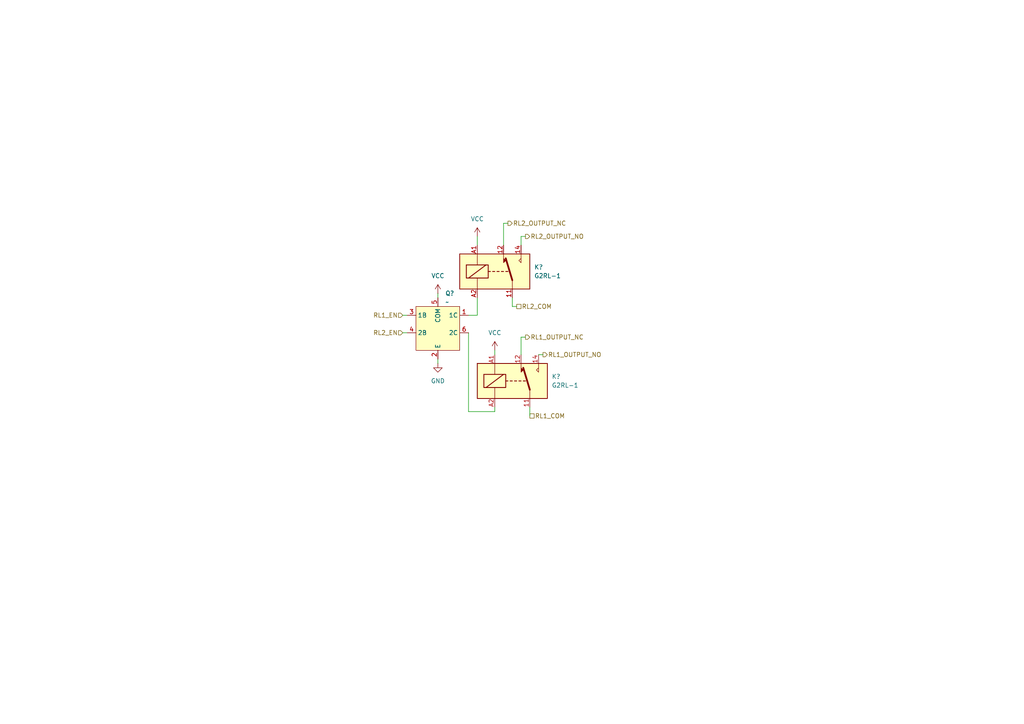
<source format=kicad_sch>
(kicad_sch
	(version 20250114)
	(generator "eeschema")
	(generator_version "9.0")
	(uuid "cffce59c-00fe-42d8-961e-130c24f41ffa")
	(paper "A4")
	(lib_symbols
		(symbol "Relay:G2RL-1"
			(exclude_from_sim no)
			(in_bom yes)
			(on_board yes)
			(property "Reference" "K"
				(at 11.43 3.81 0)
				(effects
					(font
						(size 1.27 1.27)
					)
					(justify left)
				)
			)
			(property "Value" "G2RL-1"
				(at 11.43 1.27 0)
				(effects
					(font
						(size 1.27 1.27)
					)
					(justify left)
				)
			)
			(property "Footprint" "Relay_THT:Relay_SPDT_Omron_G2RL-1"
				(at 11.43 -1.27 0)
				(effects
					(font
						(size 1.27 1.27)
					)
					(justify left)
					(hide yes)
				)
			)
			(property "Datasheet" "https://omronfs.omron.com/en_US/ecb/products/pdf/en-g2rl.pdf"
				(at 0 0 0)
				(effects
					(font
						(size 1.27 1.27)
					)
					(hide yes)
				)
			)
			(property "Description" "General Purpose Low Profile Relay SPDT Through Hole, Omron G2RL series, 12A 250VAC"
				(at 0 0 0)
				(effects
					(font
						(size 1.27 1.27)
					)
					(hide yes)
				)
			)
			(property "ki_keywords" "Single Pole Relay SPDT Omron"
				(at 0 0 0)
				(effects
					(font
						(size 1.27 1.27)
					)
					(hide yes)
				)
			)
			(property "ki_fp_filters" "Relay?SPDT?Omron?G2RL*"
				(at 0 0 0)
				(effects
					(font
						(size 1.27 1.27)
					)
					(hide yes)
				)
			)
			(symbol "G2RL-1_0_0"
				(polyline
					(pts
						(xy 7.62 5.08) (xy 7.62 2.54) (xy 6.985 3.175) (xy 7.62 3.81)
					)
					(stroke
						(width 0)
						(type default)
					)
					(fill
						(type none)
					)
				)
			)
			(symbol "G2RL-1_0_1"
				(rectangle
					(start -10.16 5.08)
					(end 10.16 -5.08)
					(stroke
						(width 0.254)
						(type default)
					)
					(fill
						(type background)
					)
				)
				(rectangle
					(start -8.255 1.905)
					(end -1.905 -1.905)
					(stroke
						(width 0.254)
						(type default)
					)
					(fill
						(type none)
					)
				)
				(polyline
					(pts
						(xy -7.62 -1.905) (xy -2.54 1.905)
					)
					(stroke
						(width 0.254)
						(type default)
					)
					(fill
						(type none)
					)
				)
				(polyline
					(pts
						(xy -5.08 5.08) (xy -5.08 1.905)
					)
					(stroke
						(width 0)
						(type default)
					)
					(fill
						(type none)
					)
				)
				(polyline
					(pts
						(xy -5.08 -5.08) (xy -5.08 -1.905)
					)
					(stroke
						(width 0)
						(type default)
					)
					(fill
						(type none)
					)
				)
				(polyline
					(pts
						(xy -1.905 0) (xy -1.27 0)
					)
					(stroke
						(width 0.254)
						(type default)
					)
					(fill
						(type none)
					)
				)
				(polyline
					(pts
						(xy -0.635 0) (xy 0 0)
					)
					(stroke
						(width 0.254)
						(type default)
					)
					(fill
						(type none)
					)
				)
				(polyline
					(pts
						(xy 0.635 0) (xy 1.27 0)
					)
					(stroke
						(width 0.254)
						(type default)
					)
					(fill
						(type none)
					)
				)
				(polyline
					(pts
						(xy 1.905 0) (xy 2.54 0)
					)
					(stroke
						(width 0.254)
						(type default)
					)
					(fill
						(type none)
					)
				)
				(polyline
					(pts
						(xy 2.54 5.08) (xy 2.54 2.54) (xy 3.175 3.175) (xy 2.54 3.81)
					)
					(stroke
						(width 0)
						(type default)
					)
					(fill
						(type outline)
					)
				)
				(polyline
					(pts
						(xy 3.175 0) (xy 3.81 0)
					)
					(stroke
						(width 0.254)
						(type default)
					)
					(fill
						(type none)
					)
				)
				(polyline
					(pts
						(xy 5.08 -2.54) (xy 3.175 3.81)
					)
					(stroke
						(width 0.508)
						(type default)
					)
					(fill
						(type none)
					)
				)
				(polyline
					(pts
						(xy 5.08 -2.54) (xy 5.08 -5.08)
					)
					(stroke
						(width 0)
						(type default)
					)
					(fill
						(type none)
					)
				)
			)
			(symbol "G2RL-1_1_1"
				(pin passive line
					(at -5.08 7.62 270)
					(length 2.54)
					(name "~"
						(effects
							(font
								(size 1.27 1.27)
							)
						)
					)
					(number "A1"
						(effects
							(font
								(size 1.27 1.27)
							)
						)
					)
				)
				(pin passive line
					(at -5.08 -7.62 90)
					(length 2.54)
					(name "~"
						(effects
							(font
								(size 1.27 1.27)
							)
						)
					)
					(number "A2"
						(effects
							(font
								(size 1.27 1.27)
							)
						)
					)
				)
				(pin passive line
					(at 2.54 7.62 270)
					(length 2.54)
					(name "~"
						(effects
							(font
								(size 1.27 1.27)
							)
						)
					)
					(number "12"
						(effects
							(font
								(size 1.27 1.27)
							)
						)
					)
				)
				(pin passive line
					(at 5.08 -7.62 90)
					(length 2.54)
					(name "~"
						(effects
							(font
								(size 1.27 1.27)
							)
						)
					)
					(number "11"
						(effects
							(font
								(size 1.27 1.27)
							)
						)
					)
				)
				(pin passive line
					(at 7.62 7.62 270)
					(length 2.54)
					(name "~"
						(effects
							(font
								(size 1.27 1.27)
							)
						)
					)
					(number "14"
						(effects
							(font
								(size 1.27 1.27)
							)
						)
					)
				)
			)
			(embedded_fonts no)
		)
		(symbol "Riqi_Parts:LANKE LK1802"
			(exclude_from_sim no)
			(in_bom yes)
			(on_board yes)
			(property "Reference" "Q"
				(at -2.286 -16.764 0)
				(effects
					(font
						(size 1.27 1.27)
					)
				)
			)
			(property "Value" ""
				(at 0 0 0)
				(effects
					(font
						(size 1.27 1.27)
					)
				)
			)
			(property "Footprint" ""
				(at 0 0 0)
				(effects
					(font
						(size 1.27 1.27)
					)
					(hide yes)
				)
			)
			(property "Datasheet" ""
				(at 0 0 0)
				(effects
					(font
						(size 1.27 1.27)
					)
					(hide yes)
				)
			)
			(property "Description" ""
				(at 0 0 0)
				(effects
					(font
						(size 1.27 1.27)
					)
					(hide yes)
				)
			)
			(property "ki_locked" ""
				(at 0 0 0)
				(effects
					(font
						(size 1.27 1.27)
					)
				)
			)
			(symbol "LANKE LK1802_1_1"
				(rectangle
					(start -2.54 -2.54)
					(end 10.16 -15.24)
					(stroke
						(width 0)
						(type solid)
					)
					(fill
						(type background)
					)
				)
				(pin input line
					(at -5.08 -5.08 0)
					(length 2.54)
					(name "1B"
						(effects
							(font
								(size 1.27 1.27)
							)
						)
					)
					(number "3"
						(effects
							(font
								(size 1.27 1.27)
							)
						)
					)
				)
				(pin input line
					(at -5.08 -10.16 0)
					(length 2.54)
					(name "2B"
						(effects
							(font
								(size 1.27 1.27)
							)
						)
					)
					(number "4"
						(effects
							(font
								(size 1.27 1.27)
							)
						)
					)
				)
				(pin passive line
					(at 3.81 0 270)
					(length 2.54)
					(name "COM"
						(effects
							(font
								(size 1.27 1.27)
							)
						)
					)
					(number "5"
						(effects
							(font
								(size 1.27 1.27)
							)
						)
					)
				)
				(pin passive line
					(at 3.81 -17.78 90)
					(length 2.54)
					(name "E"
						(effects
							(font
								(size 1.27 1.27)
							)
						)
					)
					(number "2"
						(effects
							(font
								(size 1.27 1.27)
							)
						)
					)
				)
				(pin open_collector line
					(at 12.7 -5.08 180)
					(length 2.54)
					(name "1C"
						(effects
							(font
								(size 1.27 1.27)
							)
						)
					)
					(number "1"
						(effects
							(font
								(size 1.27 1.27)
							)
						)
					)
				)
				(pin open_collector line
					(at 12.7 -10.16 180)
					(length 2.54)
					(name "2C"
						(effects
							(font
								(size 1.27 1.27)
							)
						)
					)
					(number "6"
						(effects
							(font
								(size 1.27 1.27)
							)
						)
					)
				)
			)
			(embedded_fonts no)
		)
		(symbol "power:GND"
			(power)
			(pin_numbers
				(hide yes)
			)
			(pin_names
				(offset 0)
				(hide yes)
			)
			(exclude_from_sim no)
			(in_bom yes)
			(on_board yes)
			(property "Reference" "#PWR"
				(at 0 -6.35 0)
				(effects
					(font
						(size 1.27 1.27)
					)
					(hide yes)
				)
			)
			(property "Value" "GND"
				(at 0 -3.81 0)
				(effects
					(font
						(size 1.27 1.27)
					)
				)
			)
			(property "Footprint" ""
				(at 0 0 0)
				(effects
					(font
						(size 1.27 1.27)
					)
					(hide yes)
				)
			)
			(property "Datasheet" ""
				(at 0 0 0)
				(effects
					(font
						(size 1.27 1.27)
					)
					(hide yes)
				)
			)
			(property "Description" "Power symbol creates a global label with name \"GND\" , ground"
				(at 0 0 0)
				(effects
					(font
						(size 1.27 1.27)
					)
					(hide yes)
				)
			)
			(property "ki_keywords" "global power"
				(at 0 0 0)
				(effects
					(font
						(size 1.27 1.27)
					)
					(hide yes)
				)
			)
			(symbol "GND_0_1"
				(polyline
					(pts
						(xy 0 0) (xy 0 -1.27) (xy 1.27 -1.27) (xy 0 -2.54) (xy -1.27 -1.27) (xy 0 -1.27)
					)
					(stroke
						(width 0)
						(type default)
					)
					(fill
						(type none)
					)
				)
			)
			(symbol "GND_1_1"
				(pin power_in line
					(at 0 0 270)
					(length 0)
					(name "~"
						(effects
							(font
								(size 1.27 1.27)
							)
						)
					)
					(number "1"
						(effects
							(font
								(size 1.27 1.27)
							)
						)
					)
				)
			)
			(embedded_fonts no)
		)
		(symbol "power:VCC"
			(power)
			(pin_numbers
				(hide yes)
			)
			(pin_names
				(offset 0)
				(hide yes)
			)
			(exclude_from_sim no)
			(in_bom yes)
			(on_board yes)
			(property "Reference" "#PWR"
				(at 0 -3.81 0)
				(effects
					(font
						(size 1.27 1.27)
					)
					(hide yes)
				)
			)
			(property "Value" "VCC"
				(at 0 3.556 0)
				(effects
					(font
						(size 1.27 1.27)
					)
				)
			)
			(property "Footprint" ""
				(at 0 0 0)
				(effects
					(font
						(size 1.27 1.27)
					)
					(hide yes)
				)
			)
			(property "Datasheet" ""
				(at 0 0 0)
				(effects
					(font
						(size 1.27 1.27)
					)
					(hide yes)
				)
			)
			(property "Description" "Power symbol creates a global label with name \"VCC\""
				(at 0 0 0)
				(effects
					(font
						(size 1.27 1.27)
					)
					(hide yes)
				)
			)
			(property "ki_keywords" "global power"
				(at 0 0 0)
				(effects
					(font
						(size 1.27 1.27)
					)
					(hide yes)
				)
			)
			(symbol "VCC_0_1"
				(polyline
					(pts
						(xy -0.762 1.27) (xy 0 2.54)
					)
					(stroke
						(width 0)
						(type default)
					)
					(fill
						(type none)
					)
				)
				(polyline
					(pts
						(xy 0 2.54) (xy 0.762 1.27)
					)
					(stroke
						(width 0)
						(type default)
					)
					(fill
						(type none)
					)
				)
				(polyline
					(pts
						(xy 0 0) (xy 0 2.54)
					)
					(stroke
						(width 0)
						(type default)
					)
					(fill
						(type none)
					)
				)
			)
			(symbol "VCC_1_1"
				(pin power_in line
					(at 0 0 90)
					(length 0)
					(name "~"
						(effects
							(font
								(size 1.27 1.27)
							)
						)
					)
					(number "1"
						(effects
							(font
								(size 1.27 1.27)
							)
						)
					)
				)
			)
			(embedded_fonts no)
		)
	)
	(wire
		(pts
			(xy 127 104.14) (xy 127 105.41)
		)
		(stroke
			(width 0)
			(type default)
		)
		(uuid "2ed33535-b7c3-4f3b-963c-65fcf2166eb8")
	)
	(wire
		(pts
			(xy 138.43 68.58) (xy 138.43 71.12)
		)
		(stroke
			(width 0)
			(type default)
		)
		(uuid "3ab762bf-eadb-42cb-99c3-8d4e9d063074")
	)
	(wire
		(pts
			(xy 138.43 86.36) (xy 138.43 91.44)
		)
		(stroke
			(width 0)
			(type default)
		)
		(uuid "49f05833-c2d5-4419-a8a0-d90470addf9f")
	)
	(wire
		(pts
			(xy 146.05 64.77) (xy 146.05 71.12)
		)
		(stroke
			(width 0)
			(type default)
		)
		(uuid "5ccdb662-a05a-4bc1-8988-c898078b42a5")
	)
	(wire
		(pts
			(xy 147.32 64.77) (xy 146.05 64.77)
		)
		(stroke
			(width 0)
			(type default)
		)
		(uuid "5d122ad0-6142-42fd-8726-1b79787d337e")
	)
	(wire
		(pts
			(xy 135.89 119.38) (xy 143.51 119.38)
		)
		(stroke
			(width 0)
			(type default)
		)
		(uuid "5d716c9c-0c71-4f6f-943c-1f15aad6eaf0")
	)
	(wire
		(pts
			(xy 135.89 119.38) (xy 135.89 96.52)
		)
		(stroke
			(width 0)
			(type default)
		)
		(uuid "6780fe45-ddab-488f-b7ba-eb0e37470c1d")
	)
	(wire
		(pts
			(xy 156.21 102.87) (xy 157.48 102.87)
		)
		(stroke
			(width 0)
			(type default)
		)
		(uuid "76c9cf05-ba94-4241-a6da-d683f589dd3f")
	)
	(wire
		(pts
			(xy 151.13 68.58) (xy 151.13 71.12)
		)
		(stroke
			(width 0)
			(type default)
		)
		(uuid "8c26bcf7-9b18-480a-b5ac-6407190a3498")
	)
	(wire
		(pts
			(xy 151.13 97.79) (xy 151.13 102.87)
		)
		(stroke
			(width 0)
			(type default)
		)
		(uuid "91ea4add-298c-4de7-9ef3-84cd5950595a")
	)
	(wire
		(pts
			(xy 148.59 86.36) (xy 148.59 88.9)
		)
		(stroke
			(width 0)
			(type default)
		)
		(uuid "95cf5e65-a308-49e5-af0c-199b5c8da5fd")
	)
	(wire
		(pts
			(xy 116.84 91.44) (xy 118.11 91.44)
		)
		(stroke
			(width 0)
			(type default)
		)
		(uuid "abf5be68-7a0e-4698-a19f-9026a3287058")
	)
	(wire
		(pts
			(xy 143.51 118.11) (xy 143.51 119.38)
		)
		(stroke
			(width 0)
			(type default)
		)
		(uuid "b2cff636-ccbb-4d0e-8bf8-bcd61be111fe")
	)
	(wire
		(pts
			(xy 152.4 97.79) (xy 151.13 97.79)
		)
		(stroke
			(width 0)
			(type default)
		)
		(uuid "c9ee7a24-845a-40a8-9e4a-131c79dc7a34")
	)
	(wire
		(pts
			(xy 152.4 68.58) (xy 151.13 68.58)
		)
		(stroke
			(width 0)
			(type default)
		)
		(uuid "d8ada883-5eee-4a8a-87c6-33a18811cbe9")
	)
	(wire
		(pts
			(xy 116.84 96.52) (xy 118.11 96.52)
		)
		(stroke
			(width 0)
			(type default)
		)
		(uuid "d95150ad-edeb-487b-8f67-a77bcccd9fdf")
	)
	(wire
		(pts
			(xy 148.59 88.9) (xy 149.86 88.9)
		)
		(stroke
			(width 0)
			(type default)
		)
		(uuid "dab7979b-444e-4727-a8f7-399736f98ddc")
	)
	(wire
		(pts
			(xy 135.89 91.44) (xy 138.43 91.44)
		)
		(stroke
			(width 0)
			(type default)
		)
		(uuid "e874d732-634c-41ad-8b90-5a30f6ced64c")
	)
	(wire
		(pts
			(xy 143.51 101.6) (xy 143.51 102.87)
		)
		(stroke
			(width 0)
			(type default)
		)
		(uuid "ed2478fe-790f-456b-84ae-0959a180fb4d")
	)
	(wire
		(pts
			(xy 127 85.09) (xy 127 86.36)
		)
		(stroke
			(width 0)
			(type default)
		)
		(uuid "fd6174fb-6223-4c2b-911b-aad01b6894ee")
	)
	(wire
		(pts
			(xy 153.67 120.65) (xy 153.67 118.11)
		)
		(stroke
			(width 0)
			(type default)
		)
		(uuid "ff86b017-b40e-4aaa-8ea1-9e3eb2440ee2")
	)
	(hierarchical_label "RL2_OUTPUT_NC"
		(shape output)
		(at 147.32 64.77 0)
		(effects
			(font
				(size 1.27 1.27)
			)
			(justify left)
		)
		(uuid "136d0900-9b90-4551-8207-94253f00894f")
	)
	(hierarchical_label "RL1_COM"
		(shape passive)
		(at 153.67 120.65 0)
		(effects
			(font
				(size 1.27 1.27)
			)
			(justify left)
		)
		(uuid "2638d623-5eec-49a7-96ce-abc063f0b2d7")
	)
	(hierarchical_label "RL2_EN"
		(shape input)
		(at 116.84 96.52 180)
		(effects
			(font
				(size 1.27 1.27)
			)
			(justify right)
		)
		(uuid "3e898b01-38f7-473b-ad57-85697ebc3821")
	)
	(hierarchical_label "RL1_OUTPUT_NO"
		(shape output)
		(at 157.48 102.87 0)
		(effects
			(font
				(size 1.27 1.27)
			)
			(justify left)
		)
		(uuid "59b3596f-6833-4967-9719-de3fb6b6d32b")
	)
	(hierarchical_label "RL2_COM"
		(shape passive)
		(at 149.86 88.9 0)
		(effects
			(font
				(size 1.27 1.27)
			)
			(justify left)
		)
		(uuid "bca84ce4-18dc-44a6-8825-736c79c71c42")
	)
	(hierarchical_label "RL1_OUTPUT_NC"
		(shape output)
		(at 152.4 97.79 0)
		(effects
			(font
				(size 1.27 1.27)
			)
			(justify left)
		)
		(uuid "c0cdb961-51b2-4c39-8ab1-807eecbcef55")
	)
	(hierarchical_label "RL1_EN"
		(shape input)
		(at 116.84 91.44 180)
		(effects
			(font
				(size 1.27 1.27)
			)
			(justify right)
		)
		(uuid "e598eb98-68c7-425a-9a03-cdc3890e510b")
	)
	(hierarchical_label "RL2_OUTPUT_NO"
		(shape output)
		(at 152.4 68.58 0)
		(effects
			(font
				(size 1.27 1.27)
			)
			(justify left)
		)
		(uuid "e69a26a3-31d0-445f-abcf-c10ca3ccec38")
	)
	(symbol
		(lib_id "power:VCC")
		(at 143.51 101.6 0)
		(unit 1)
		(exclude_from_sim no)
		(in_bom yes)
		(on_board yes)
		(dnp no)
		(fields_autoplaced yes)
		(uuid "26174cbc-efa2-48e2-b6f2-045d9ecd6cb3")
		(property "Reference" "#PWR?"
			(at 143.51 105.41 0)
			(effects
				(font
					(size 1.27 1.27)
				)
				(hide yes)
			)
		)
		(property "Value" "VCC"
			(at 143.51 96.52 0)
			(effects
				(font
					(size 1.27 1.27)
				)
			)
		)
		(property "Footprint" ""
			(at 143.51 101.6 0)
			(effects
				(font
					(size 1.27 1.27)
				)
				(hide yes)
			)
		)
		(property "Datasheet" ""
			(at 143.51 101.6 0)
			(effects
				(font
					(size 1.27 1.27)
				)
				(hide yes)
			)
		)
		(property "Description" "Power symbol creates a global label with name \"VCC\""
			(at 143.51 101.6 0)
			(effects
				(font
					(size 1.27 1.27)
				)
				(hide yes)
			)
		)
		(pin "1"
			(uuid "21586879-cc36-48f9-8551-9e7ba463ff20")
		)
		(instances
			(project "NIVARA"
				(path "/8290cc18-06d0-4e02-a781-29a61ebc321a/9e4d7a0c-a5eb-4e88-9036-0c35e68b279a/86b88fb6-54fe-4cca-9b3c-121214f029ac"
					(reference "#PWR030")
					(unit 1)
				)
			)
			(project "NIVARA_ZorionX_BOARD"
				(path "/8e19332e-3534-4a04-99a8-04957ac8928f/86b88fb6-54fe-4cca-9b3c-121214f029ac"
					(reference "#PWR?")
					(unit 1)
				)
			)
			(project "Modulo_Relay"
				(path "/cffce59c-00fe-42d8-961e-130c24f41ffa"
					(reference "#PWR?")
					(unit 1)
				)
			)
		)
	)
	(symbol
		(lib_id "Relay:G2RL-1")
		(at 143.51 78.74 0)
		(unit 1)
		(exclude_from_sim no)
		(in_bom yes)
		(on_board yes)
		(dnp no)
		(fields_autoplaced yes)
		(uuid "271b35fc-458b-4d23-8fc7-dd31f7ee970e")
		(property "Reference" "K?"
			(at 154.94 77.4699 0)
			(effects
				(font
					(size 1.27 1.27)
				)
				(justify left)
			)
		)
		(property "Value" "G2RL-1"
			(at 154.94 80.0099 0)
			(effects
				(font
					(size 1.27 1.27)
				)
				(justify left)
			)
		)
		(property "Footprint" "Relay_THT:Relay_SPDT_Omron_G2RL-1"
			(at 154.94 80.01 0)
			(effects
				(font
					(size 1.27 1.27)
				)
				(justify left)
				(hide yes)
			)
		)
		(property "Datasheet" "https://omronfs.omron.com/en_US/ecb/products/pdf/en-g2rl.pdf"
			(at 143.51 78.74 0)
			(effects
				(font
					(size 1.27 1.27)
				)
				(hide yes)
			)
		)
		(property "Description" "General Purpose Low Profile Relay SPDT Through Hole, Omron G2RL series, 12A 250VAC"
			(at 143.51 78.74 0)
			(effects
				(font
					(size 1.27 1.27)
				)
				(hide yes)
			)
		)
		(pin "14"
			(uuid "8d7c773d-a7e6-411a-a59a-0d76b5386e96")
		)
		(pin "12"
			(uuid "b718b134-6a0c-4b2d-a8cf-51b4f81e1730")
		)
		(pin "A2"
			(uuid "f0ccefb8-1ff0-448e-9cd9-e174cfa0f812")
		)
		(pin "11"
			(uuid "d165c126-c58f-4d81-ba0b-0bf8a59a2b8c")
		)
		(pin "A1"
			(uuid "13e978b4-8cf4-4a19-a2a2-331c2f2d98d4")
		)
		(instances
			(project ""
				(path "/8290cc18-06d0-4e02-a781-29a61ebc321a/9e4d7a0c-a5eb-4e88-9036-0c35e68b279a/86b88fb6-54fe-4cca-9b3c-121214f029ac"
					(reference "K1")
					(unit 1)
				)
			)
			(project "NIVARA_ZorionX_BOARD"
				(path "/8e19332e-3534-4a04-99a8-04957ac8928f/86b88fb6-54fe-4cca-9b3c-121214f029ac"
					(reference "K?")
					(unit 1)
				)
			)
			(project "Modulo_Relay"
				(path "/cffce59c-00fe-42d8-961e-130c24f41ffa"
					(reference "K?")
					(unit 1)
				)
			)
		)
	)
	(symbol
		(lib_id "power:VCC")
		(at 127 85.09 0)
		(unit 1)
		(exclude_from_sim no)
		(in_bom yes)
		(on_board yes)
		(dnp no)
		(fields_autoplaced yes)
		(uuid "600d0f42-6b54-4e74-bbaf-e6b465024f45")
		(property "Reference" "#PWR?"
			(at 127 88.9 0)
			(effects
				(font
					(size 1.27 1.27)
				)
				(hide yes)
			)
		)
		(property "Value" "VCC"
			(at 127 80.01 0)
			(effects
				(font
					(size 1.27 1.27)
				)
			)
		)
		(property "Footprint" ""
			(at 127 85.09 0)
			(effects
				(font
					(size 1.27 1.27)
				)
				(hide yes)
			)
		)
		(property "Datasheet" ""
			(at 127 85.09 0)
			(effects
				(font
					(size 1.27 1.27)
				)
				(hide yes)
			)
		)
		(property "Description" "Power symbol creates a global label with name \"VCC\""
			(at 127 85.09 0)
			(effects
				(font
					(size 1.27 1.27)
				)
				(hide yes)
			)
		)
		(pin "1"
			(uuid "5939ec59-9fa0-4c97-8d31-e9dfcec010af")
		)
		(instances
			(project "NIVARA"
				(path "/8290cc18-06d0-4e02-a781-29a61ebc321a/9e4d7a0c-a5eb-4e88-9036-0c35e68b279a/86b88fb6-54fe-4cca-9b3c-121214f029ac"
					(reference "#PWR027")
					(unit 1)
				)
			)
			(project "NIVARA_ZorionX_BOARD"
				(path "/8e19332e-3534-4a04-99a8-04957ac8928f/86b88fb6-54fe-4cca-9b3c-121214f029ac"
					(reference "#PWR?")
					(unit 1)
				)
			)
			(project "Modulo_Relay"
				(path "/cffce59c-00fe-42d8-961e-130c24f41ffa"
					(reference "#PWR?")
					(unit 1)
				)
			)
		)
	)
	(symbol
		(lib_id "Riqi_Parts:LANKE LK1802")
		(at 123.19 86.36 0)
		(unit 1)
		(exclude_from_sim no)
		(in_bom yes)
		(on_board no)
		(dnp no)
		(fields_autoplaced yes)
		(uuid "91a3940d-12c0-487a-a3be-50778c8c669f")
		(property "Reference" "Q?"
			(at 129.1433 85.09 0)
			(effects
				(font
					(size 1.27 1.27)
				)
				(justify left)
			)
		)
		(property "Value" "~"
			(at 129.1433 87.63 0)
			(effects
				(font
					(size 1.27 1.27)
				)
				(justify left)
			)
		)
		(property "Footprint" ""
			(at 123.19 86.36 0)
			(effects
				(font
					(size 1.27 1.27)
				)
				(hide yes)
			)
		)
		(property "Datasheet" ""
			(at 123.19 86.36 0)
			(effects
				(font
					(size 1.27 1.27)
				)
				(hide yes)
			)
		)
		(property "Description" ""
			(at 123.19 86.36 0)
			(effects
				(font
					(size 1.27 1.27)
				)
				(hide yes)
			)
		)
		(property "LCSC#" "C2984831"
			(at 123.19 86.36 0)
			(effects
				(font
					(size 1.27 1.27)
				)
				(hide yes)
			)
		)
		(pin "4"
			(uuid "7e17b648-965e-429d-aa7b-e51f6e82bf32")
		)
		(pin "5"
			(uuid "b24e93ce-6c87-4bc9-b0ee-3c47214111af")
		)
		(pin "2"
			(uuid "15893fbb-4355-4f49-8550-f388bfeb07fd")
		)
		(pin "1"
			(uuid "39581bde-5a39-4444-9126-a77af5af147e")
		)
		(pin "6"
			(uuid "9a803033-a328-4da6-a467-918f88589c1e")
		)
		(pin "3"
			(uuid "28278381-4638-4834-98f0-0c6bf00ebfa9")
		)
		(instances
			(project ""
				(path "/8290cc18-06d0-4e02-a781-29a61ebc321a/9e4d7a0c-a5eb-4e88-9036-0c35e68b279a/86b88fb6-54fe-4cca-9b3c-121214f029ac"
					(reference "Q1")
					(unit 1)
				)
			)
			(project "NIVARA_ZorionX_BOARD"
				(path "/8e19332e-3534-4a04-99a8-04957ac8928f/86b88fb6-54fe-4cca-9b3c-121214f029ac"
					(reference "Q?")
					(unit 1)
				)
			)
			(project "Modulo_Relay"
				(path "/cffce59c-00fe-42d8-961e-130c24f41ffa"
					(reference "Q?")
					(unit 1)
				)
			)
		)
	)
	(symbol
		(lib_id "power:VCC")
		(at 138.43 68.58 0)
		(unit 1)
		(exclude_from_sim no)
		(in_bom yes)
		(on_board yes)
		(dnp no)
		(fields_autoplaced yes)
		(uuid "958d491f-1a81-40d9-9652-ce49b088cd9d")
		(property "Reference" "#PWR?"
			(at 138.43 72.39 0)
			(effects
				(font
					(size 1.27 1.27)
				)
				(hide yes)
			)
		)
		(property "Value" "VCC"
			(at 138.43 63.5 0)
			(effects
				(font
					(size 1.27 1.27)
				)
			)
		)
		(property "Footprint" ""
			(at 138.43 68.58 0)
			(effects
				(font
					(size 1.27 1.27)
				)
				(hide yes)
			)
		)
		(property "Datasheet" ""
			(at 138.43 68.58 0)
			(effects
				(font
					(size 1.27 1.27)
				)
				(hide yes)
			)
		)
		(property "Description" "Power symbol creates a global label with name \"VCC\""
			(at 138.43 68.58 0)
			(effects
				(font
					(size 1.27 1.27)
				)
				(hide yes)
			)
		)
		(pin "1"
			(uuid "b19a3383-216b-4667-ad89-b61237ff87cc")
		)
		(instances
			(project ""
				(path "/8290cc18-06d0-4e02-a781-29a61ebc321a/9e4d7a0c-a5eb-4e88-9036-0c35e68b279a/86b88fb6-54fe-4cca-9b3c-121214f029ac"
					(reference "#PWR029")
					(unit 1)
				)
			)
			(project "NIVARA_ZorionX_BOARD"
				(path "/8e19332e-3534-4a04-99a8-04957ac8928f/86b88fb6-54fe-4cca-9b3c-121214f029ac"
					(reference "#PWR?")
					(unit 1)
				)
			)
			(project "Modulo_Relay"
				(path "/cffce59c-00fe-42d8-961e-130c24f41ffa"
					(reference "#PWR?")
					(unit 1)
				)
			)
		)
	)
	(symbol
		(lib_id "power:GND")
		(at 127 105.41 0)
		(unit 1)
		(exclude_from_sim no)
		(in_bom yes)
		(on_board yes)
		(dnp no)
		(fields_autoplaced yes)
		(uuid "be21cedd-6f76-44ed-b6f5-2f50ebf8e76e")
		(property "Reference" "#PWR?"
			(at 127 111.76 0)
			(effects
				(font
					(size 1.27 1.27)
				)
				(hide yes)
			)
		)
		(property "Value" "GND"
			(at 127 110.49 0)
			(effects
				(font
					(size 1.27 1.27)
				)
			)
		)
		(property "Footprint" ""
			(at 127 105.41 0)
			(effects
				(font
					(size 1.27 1.27)
				)
				(hide yes)
			)
		)
		(property "Datasheet" ""
			(at 127 105.41 0)
			(effects
				(font
					(size 1.27 1.27)
				)
				(hide yes)
			)
		)
		(property "Description" "Power symbol creates a global label with name \"GND\" , ground"
			(at 127 105.41 0)
			(effects
				(font
					(size 1.27 1.27)
				)
				(hide yes)
			)
		)
		(pin "1"
			(uuid "9057a845-b019-495d-b7c5-535c877a7b27")
		)
		(instances
			(project ""
				(path "/8290cc18-06d0-4e02-a781-29a61ebc321a/9e4d7a0c-a5eb-4e88-9036-0c35e68b279a/86b88fb6-54fe-4cca-9b3c-121214f029ac"
					(reference "#PWR028")
					(unit 1)
				)
			)
			(project "NIVARA_ZorionX_BOARD"
				(path "/8e19332e-3534-4a04-99a8-04957ac8928f/86b88fb6-54fe-4cca-9b3c-121214f029ac"
					(reference "#PWR?")
					(unit 1)
				)
			)
			(project "Modulo_Relay"
				(path "/cffce59c-00fe-42d8-961e-130c24f41ffa"
					(reference "#PWR?")
					(unit 1)
				)
			)
		)
	)
	(symbol
		(lib_id "Relay:G2RL-1")
		(at 148.59 110.49 0)
		(unit 1)
		(exclude_from_sim no)
		(in_bom yes)
		(on_board yes)
		(dnp no)
		(fields_autoplaced yes)
		(uuid "f0af92bb-05f5-4b9b-b5ec-2696067aaf1b")
		(property "Reference" "K?"
			(at 160.02 109.2199 0)
			(effects
				(font
					(size 1.27 1.27)
				)
				(justify left)
			)
		)
		(property "Value" "G2RL-1"
			(at 160.02 111.7599 0)
			(effects
				(font
					(size 1.27 1.27)
				)
				(justify left)
			)
		)
		(property "Footprint" "Relay_THT:Relay_SPDT_Omron_G2RL-1"
			(at 160.02 111.76 0)
			(effects
				(font
					(size 1.27 1.27)
				)
				(justify left)
				(hide yes)
			)
		)
		(property "Datasheet" "https://omronfs.omron.com/en_US/ecb/products/pdf/en-g2rl.pdf"
			(at 148.59 110.49 0)
			(effects
				(font
					(size 1.27 1.27)
				)
				(hide yes)
			)
		)
		(property "Description" "General Purpose Low Profile Relay SPDT Through Hole, Omron G2RL series, 12A 250VAC"
			(at 148.59 110.49 0)
			(effects
				(font
					(size 1.27 1.27)
				)
				(hide yes)
			)
		)
		(pin "14"
			(uuid "3ab1bf0a-eed4-478a-bff0-99082d6801b8")
		)
		(pin "12"
			(uuid "50f9da7c-c61a-4a3f-bf0f-86df244b7653")
		)
		(pin "A2"
			(uuid "f025e245-5b7d-4cad-96cb-88e3d961373e")
		)
		(pin "11"
			(uuid "bacaa8ff-bf58-4aff-b3ae-96facf88e101")
		)
		(pin "A1"
			(uuid "478192a8-6097-4a70-b5e0-bcc02735e6dd")
		)
		(instances
			(project "NIVARA"
				(path "/8290cc18-06d0-4e02-a781-29a61ebc321a/9e4d7a0c-a5eb-4e88-9036-0c35e68b279a/86b88fb6-54fe-4cca-9b3c-121214f029ac"
					(reference "K2")
					(unit 1)
				)
			)
			(project "NIVARA_ZorionX_BOARD"
				(path "/8e19332e-3534-4a04-99a8-04957ac8928f/86b88fb6-54fe-4cca-9b3c-121214f029ac"
					(reference "K?")
					(unit 1)
				)
			)
			(project "Modulo_Relay"
				(path "/cffce59c-00fe-42d8-961e-130c24f41ffa"
					(reference "K?")
					(unit 1)
				)
			)
		)
	)
	(sheet_instances
		(path "/"
			(page "1")
		)
	)
	(embedded_fonts no)
)

</source>
